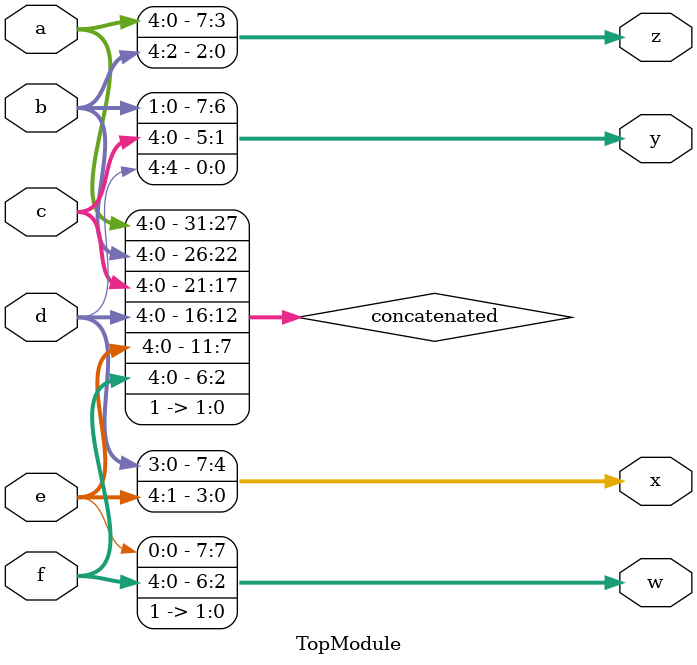
<source format=sv>
module TopModule (
    input  logic [4:0] a,
    input  logic [4:0] b,
    input  logic [4:0] c,
    input  logic [4:0] d,
    input  logic [4:0] e,
    input  logic [4:0] f,
    output logic [7:0] w,
    output logic [7:0] x,
    output logic [7:0] y,
    output logic [7:0] z
);

    logic [31:0] concatenated;

    assign concatenated = {a, b, c, d, e, f, 1'b1, 1'b1};

    assign w = concatenated[7:0];
    assign x = concatenated[15:8];
    assign y = concatenated[23:16];
    assign z = concatenated[31:24];

endmodule
</source>
